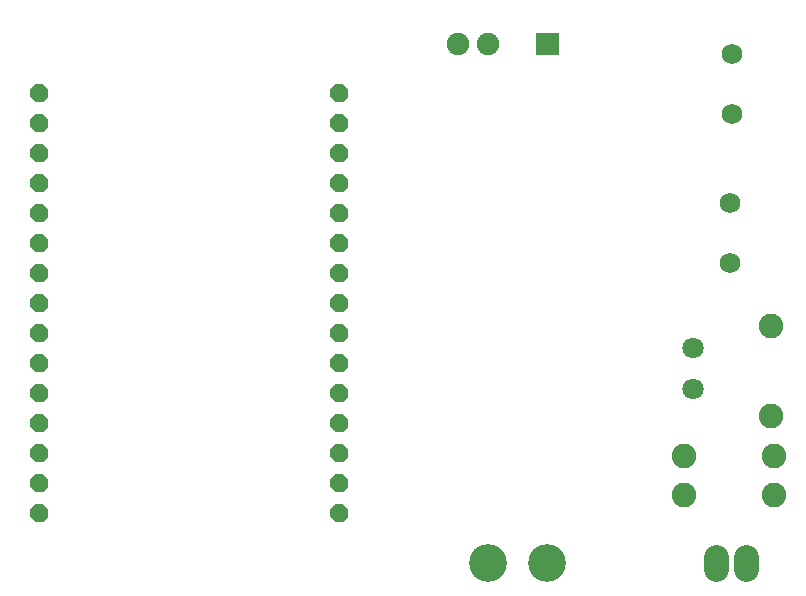
<source format=gts>
G04 Layer: TopSolderMaskLayer*
G04 EasyEDA v6.4.7, 2020-12-03T10:34:31+05:30*
G04 2fbe05cc312c45c2a44f13524b8984d0,b6e8962e620740079bb188d2402746ea,10*
G04 Gerber Generator version 0.2*
G04 Scale: 100 percent, Rotated: No, Reflected: No *
G04 Dimensions in inches *
G04 leading zeros omitted , absolute positions ,2 integer and 4 decimal *
%FSLAX24Y24*%
%MOIN*%
G90*
D02*

%ADD24C,0.082000*%
%ADD25C,0.082020*%
%ADD26C,0.126110*%
%ADD28C,0.074929*%
%ADD29C,0.068000*%
%ADD30C,0.070992*%

%LPD*%
G54D24*
G01X23239Y2396D02*
G01X23239Y2003D01*
G54D25*
G01X24239Y2396D02*
G01X24239Y2003D01*
G54D26*
G01X15639Y2200D03*
G01X17599Y2200D03*
G36*
G01X17264Y19125D02*
G01X17264Y19875D01*
G01X18014Y19875D01*
G01X18014Y19125D01*
G01X17264Y19125D01*
G37*
G54D28*
G01X15639Y19500D03*
G01X14639Y19500D03*
G36*
G01X571Y17557D02*
G01X396Y17732D01*
G01X396Y17980D01*
G01X571Y18155D01*
G01X818Y18155D01*
G01X993Y17980D01*
G01X993Y17732D01*
G01X818Y17557D01*
G01X571Y17557D01*
G37*
G36*
G01X571Y16557D02*
G01X396Y16732D01*
G01X396Y16980D01*
G01X571Y17155D01*
G01X818Y17155D01*
G01X993Y16980D01*
G01X993Y16732D01*
G01X818Y16557D01*
G01X571Y16557D01*
G37*
G36*
G01X571Y15557D02*
G01X396Y15732D01*
G01X396Y15980D01*
G01X571Y16155D01*
G01X818Y16155D01*
G01X993Y15980D01*
G01X993Y15732D01*
G01X818Y15557D01*
G01X571Y15557D01*
G37*
G36*
G01X571Y14557D02*
G01X396Y14732D01*
G01X396Y14980D01*
G01X571Y15155D01*
G01X818Y15155D01*
G01X993Y14980D01*
G01X993Y14732D01*
G01X818Y14557D01*
G01X571Y14557D01*
G37*
G36*
G01X571Y13557D02*
G01X396Y13732D01*
G01X396Y13980D01*
G01X571Y14155D01*
G01X818Y14155D01*
G01X993Y13980D01*
G01X993Y13732D01*
G01X818Y13557D01*
G01X571Y13557D01*
G37*
G36*
G01X571Y12557D02*
G01X396Y12732D01*
G01X396Y12980D01*
G01X571Y13155D01*
G01X818Y13155D01*
G01X993Y12980D01*
G01X993Y12732D01*
G01X818Y12557D01*
G01X571Y12557D01*
G37*
G36*
G01X571Y11557D02*
G01X396Y11732D01*
G01X396Y11980D01*
G01X571Y12155D01*
G01X818Y12155D01*
G01X993Y11980D01*
G01X993Y11732D01*
G01X818Y11557D01*
G01X571Y11557D01*
G37*
G36*
G01X571Y10557D02*
G01X396Y10732D01*
G01X396Y10980D01*
G01X571Y11155D01*
G01X818Y11155D01*
G01X993Y10980D01*
G01X993Y10732D01*
G01X818Y10557D01*
G01X571Y10557D01*
G37*
G36*
G01X571Y9557D02*
G01X396Y9732D01*
G01X396Y9980D01*
G01X571Y10155D01*
G01X818Y10155D01*
G01X993Y9980D01*
G01X993Y9732D01*
G01X818Y9557D01*
G01X571Y9557D01*
G37*
G36*
G01X571Y8557D02*
G01X396Y8732D01*
G01X396Y8980D01*
G01X571Y9155D01*
G01X818Y9155D01*
G01X993Y8980D01*
G01X993Y8732D01*
G01X818Y8557D01*
G01X571Y8557D01*
G37*
G36*
G01X571Y7557D02*
G01X396Y7732D01*
G01X396Y7980D01*
G01X571Y8155D01*
G01X818Y8155D01*
G01X993Y7980D01*
G01X993Y7732D01*
G01X818Y7557D01*
G01X571Y7557D01*
G37*
G36*
G01X571Y6557D02*
G01X396Y6732D01*
G01X396Y6980D01*
G01X571Y7155D01*
G01X818Y7155D01*
G01X993Y6980D01*
G01X993Y6732D01*
G01X818Y6557D01*
G01X571Y6557D01*
G37*
G36*
G01X571Y5557D02*
G01X396Y5732D01*
G01X396Y5980D01*
G01X571Y6155D01*
G01X818Y6155D01*
G01X993Y5980D01*
G01X993Y5732D01*
G01X818Y5557D01*
G01X571Y5557D01*
G37*
G36*
G01X571Y4557D02*
G01X396Y4732D01*
G01X396Y4980D01*
G01X571Y5155D01*
G01X818Y5155D01*
G01X993Y4980D01*
G01X993Y4732D01*
G01X818Y4557D01*
G01X571Y4557D01*
G37*
G36*
G01X571Y3557D02*
G01X396Y3732D01*
G01X396Y3980D01*
G01X571Y4155D01*
G01X818Y4155D01*
G01X993Y3980D01*
G01X993Y3732D01*
G01X818Y3557D01*
G01X571Y3557D01*
G37*
G36*
G01X10571Y17557D02*
G01X10396Y17732D01*
G01X10396Y17980D01*
G01X10571Y18155D01*
G01X10818Y18155D01*
G01X10993Y17980D01*
G01X10993Y17732D01*
G01X10818Y17557D01*
G01X10571Y17557D01*
G37*
G36*
G01X10571Y16557D02*
G01X10396Y16732D01*
G01X10396Y16980D01*
G01X10571Y17155D01*
G01X10818Y17155D01*
G01X10993Y16980D01*
G01X10993Y16732D01*
G01X10818Y16557D01*
G01X10571Y16557D01*
G37*
G36*
G01X10571Y15557D02*
G01X10396Y15732D01*
G01X10396Y15980D01*
G01X10571Y16155D01*
G01X10818Y16155D01*
G01X10993Y15980D01*
G01X10993Y15732D01*
G01X10818Y15557D01*
G01X10571Y15557D01*
G37*
G36*
G01X10571Y14557D02*
G01X10396Y14732D01*
G01X10396Y14980D01*
G01X10571Y15155D01*
G01X10818Y15155D01*
G01X10993Y14980D01*
G01X10993Y14732D01*
G01X10818Y14557D01*
G01X10571Y14557D01*
G37*
G36*
G01X10571Y13557D02*
G01X10396Y13732D01*
G01X10396Y13980D01*
G01X10571Y14155D01*
G01X10818Y14155D01*
G01X10993Y13980D01*
G01X10993Y13732D01*
G01X10818Y13557D01*
G01X10571Y13557D01*
G37*
G36*
G01X10571Y12557D02*
G01X10396Y12732D01*
G01X10396Y12980D01*
G01X10571Y13155D01*
G01X10818Y13155D01*
G01X10993Y12980D01*
G01X10993Y12732D01*
G01X10818Y12557D01*
G01X10571Y12557D01*
G37*
G36*
G01X10571Y11557D02*
G01X10396Y11732D01*
G01X10396Y11980D01*
G01X10571Y12155D01*
G01X10818Y12155D01*
G01X10993Y11980D01*
G01X10993Y11732D01*
G01X10818Y11557D01*
G01X10571Y11557D01*
G37*
G36*
G01X10571Y10557D02*
G01X10396Y10732D01*
G01X10396Y10980D01*
G01X10571Y11155D01*
G01X10818Y11155D01*
G01X10993Y10980D01*
G01X10993Y10732D01*
G01X10818Y10557D01*
G01X10571Y10557D01*
G37*
G36*
G01X10571Y9557D02*
G01X10396Y9732D01*
G01X10396Y9980D01*
G01X10571Y10155D01*
G01X10818Y10155D01*
G01X10993Y9980D01*
G01X10993Y9732D01*
G01X10818Y9557D01*
G01X10571Y9557D01*
G37*
G36*
G01X10571Y8557D02*
G01X10396Y8732D01*
G01X10396Y8980D01*
G01X10571Y9155D01*
G01X10818Y9155D01*
G01X10993Y8980D01*
G01X10993Y8732D01*
G01X10818Y8557D01*
G01X10571Y8557D01*
G37*
G36*
G01X10571Y7557D02*
G01X10396Y7732D01*
G01X10396Y7980D01*
G01X10571Y8155D01*
G01X10818Y8155D01*
G01X10993Y7980D01*
G01X10993Y7732D01*
G01X10818Y7557D01*
G01X10571Y7557D01*
G37*
G36*
G01X10571Y6557D02*
G01X10396Y6732D01*
G01X10396Y6980D01*
G01X10571Y7155D01*
G01X10818Y7155D01*
G01X10993Y6980D01*
G01X10993Y6732D01*
G01X10818Y6557D01*
G01X10571Y6557D01*
G37*
G36*
G01X10571Y5557D02*
G01X10396Y5732D01*
G01X10396Y5980D01*
G01X10571Y6155D01*
G01X10818Y6155D01*
G01X10993Y5980D01*
G01X10993Y5732D01*
G01X10818Y5557D01*
G01X10571Y5557D01*
G37*
G36*
G01X10571Y4557D02*
G01X10396Y4732D01*
G01X10396Y4980D01*
G01X10571Y5155D01*
G01X10818Y5155D01*
G01X10993Y4980D01*
G01X10993Y4732D01*
G01X10818Y4557D01*
G01X10571Y4557D01*
G37*
G36*
G01X10571Y3557D02*
G01X10396Y3732D01*
G01X10396Y3980D01*
G01X10571Y4155D01*
G01X10818Y4155D01*
G01X10993Y3980D01*
G01X10993Y3732D01*
G01X10818Y3557D01*
G01X10571Y3557D01*
G37*
G54D24*
G01X25089Y7100D03*
G01X25089Y10100D03*
G01X22189Y5750D03*
G01X25189Y5750D03*
G01X22189Y4450D03*
G01X25189Y4450D03*
G54D29*
G01X23717Y14200D03*
G01X23717Y12200D03*
G01X23767Y19150D03*
G01X23767Y17150D03*
G54D30*
G01X22489Y8000D03*
G01X22489Y9378D03*
M00*
M02*

</source>
